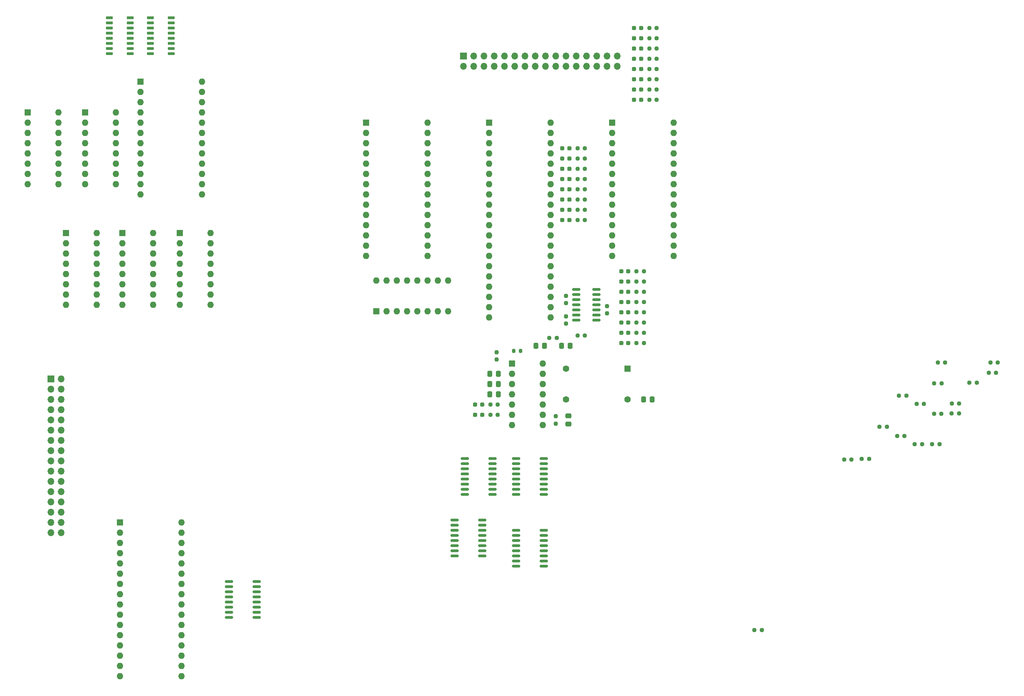
<source format=gbr>
%TF.GenerationSoftware,KiCad,Pcbnew,(6.0.4)*%
%TF.CreationDate,2022-04-27T21:45:15+02:00*%
%TF.ProjectId,z80,7a38302e-6b69-4636-9164-5f7063625858,rev?*%
%TF.SameCoordinates,Original*%
%TF.FileFunction,Soldermask,Top*%
%TF.FilePolarity,Negative*%
%FSLAX46Y46*%
G04 Gerber Fmt 4.6, Leading zero omitted, Abs format (unit mm)*
G04 Created by KiCad (PCBNEW (6.0.4)) date 2022-04-27 21:45:15*
%MOMM*%
%LPD*%
G01*
G04 APERTURE LIST*
G04 Aperture macros list*
%AMRoundRect*
0 Rectangle with rounded corners*
0 $1 Rounding radius*
0 $2 $3 $4 $5 $6 $7 $8 $9 X,Y pos of 4 corners*
0 Add a 4 corners polygon primitive as box body*
4,1,4,$2,$3,$4,$5,$6,$7,$8,$9,$2,$3,0*
0 Add four circle primitives for the rounded corners*
1,1,$1+$1,$2,$3*
1,1,$1+$1,$4,$5*
1,1,$1+$1,$6,$7*
1,1,$1+$1,$8,$9*
0 Add four rect primitives between the rounded corners*
20,1,$1+$1,$2,$3,$4,$5,0*
20,1,$1+$1,$4,$5,$6,$7,0*
20,1,$1+$1,$6,$7,$8,$9,0*
20,1,$1+$1,$8,$9,$2,$3,0*%
G04 Aperture macros list end*
%ADD10RoundRect,0.237500X0.237500X-0.250000X0.237500X0.250000X-0.237500X0.250000X-0.237500X-0.250000X0*%
%ADD11RoundRect,0.237500X-0.250000X-0.237500X0.250000X-0.237500X0.250000X0.237500X-0.250000X0.237500X0*%
%ADD12RoundRect,0.250000X0.337500X0.475000X-0.337500X0.475000X-0.337500X-0.475000X0.337500X-0.475000X0*%
%ADD13RoundRect,0.237500X0.287500X0.237500X-0.287500X0.237500X-0.287500X-0.237500X0.287500X-0.237500X0*%
%ADD14RoundRect,0.150000X-0.837500X-0.150000X0.837500X-0.150000X0.837500X0.150000X-0.837500X0.150000X0*%
%ADD15RoundRect,0.237500X0.250000X0.237500X-0.250000X0.237500X-0.250000X-0.237500X0.250000X-0.237500X0*%
%ADD16RoundRect,0.237500X-0.237500X0.250000X-0.237500X-0.250000X0.237500X-0.250000X0.237500X0.250000X0*%
%ADD17R,1.600000X1.600000*%
%ADD18O,1.600000X1.600000*%
%ADD19RoundRect,0.250000X-0.337500X-0.475000X0.337500X-0.475000X0.337500X0.475000X-0.337500X0.475000X0*%
%ADD20RoundRect,0.200000X0.200000X0.275000X-0.200000X0.275000X-0.200000X-0.275000X0.200000X-0.275000X0*%
%ADD21RoundRect,0.237500X-0.287500X-0.237500X0.287500X-0.237500X0.287500X0.237500X-0.287500X0.237500X0*%
%ADD22R,1.700000X1.700000*%
%ADD23O,1.700000X1.700000*%
%ADD24RoundRect,0.150000X-0.725000X-0.150000X0.725000X-0.150000X0.725000X0.150000X-0.725000X0.150000X0*%
%ADD25C,1.600000*%
%ADD26RoundRect,0.250000X-0.475000X0.337500X-0.475000X-0.337500X0.475000X-0.337500X0.475000X0.337500X0*%
%ADD27RoundRect,0.150000X-0.825000X-0.150000X0.825000X-0.150000X0.825000X0.150000X-0.825000X0.150000X0*%
G04 APERTURE END LIST*
D10*
%TO.C,R7*%
X133985000Y-110767500D03*
X133985000Y-108942500D03*
%TD*%
D11*
%TO.C,R42*%
X242382500Y-116690000D03*
X244207500Y-116690000D03*
%TD*%
D12*
%TO.C,C7*%
X152167500Y-107315000D03*
X150092500Y-107315000D03*
%TD*%
D13*
%TO.C,D15*%
X169785000Y-36195000D03*
X168035000Y-36195000D03*
%TD*%
%TO.C,D23*%
X166610000Y-99060000D03*
X164860000Y-99060000D03*
%TD*%
D14*
%TO.C,U24*%
X123537500Y-150495000D03*
X123537500Y-151765000D03*
X123537500Y-153035000D03*
X123537500Y-154305000D03*
X123537500Y-155575000D03*
X123537500Y-156845000D03*
X123537500Y-158115000D03*
X123537500Y-159385000D03*
X130462500Y-159385000D03*
X130462500Y-158115000D03*
X130462500Y-156845000D03*
X130462500Y-155575000D03*
X130462500Y-154305000D03*
X130462500Y-153035000D03*
X130462500Y-151765000D03*
X130462500Y-150495000D03*
%TD*%
D13*
%TO.C,D21*%
X166610000Y-93980000D03*
X164860000Y-93980000D03*
%TD*%
%TO.C,D5*%
X152005000Y-71120000D03*
X150255000Y-71120000D03*
%TD*%
D15*
%TO.C,R32*%
X170457500Y-99060000D03*
X168632500Y-99060000D03*
%TD*%
%TO.C,R14*%
X155852500Y-71120000D03*
X154027500Y-71120000D03*
%TD*%
D11*
%TO.C,R9*%
X132437500Y-121920000D03*
X134262500Y-121920000D03*
%TD*%
%TO.C,R49*%
X246732500Y-121630000D03*
X248557500Y-121630000D03*
%TD*%
D13*
%TO.C,D20*%
X166610000Y-91440000D03*
X164860000Y-91440000D03*
%TD*%
D16*
%TO.C,R5*%
X161290000Y-97512500D03*
X161290000Y-99337500D03*
%TD*%
D17*
%TO.C,CPU1*%
X132075000Y-52075000D03*
D18*
X132075000Y-54615000D03*
X132075000Y-57155000D03*
X132075000Y-59695000D03*
X132075000Y-62235000D03*
X132075000Y-64775000D03*
X132075000Y-67315000D03*
X132075000Y-69855000D03*
X132075000Y-72395000D03*
X132075000Y-74935000D03*
X132075000Y-77475000D03*
X132075000Y-80015000D03*
X132075000Y-82555000D03*
X132075000Y-85095000D03*
X132075000Y-87635000D03*
X132075000Y-90175000D03*
X132075000Y-92715000D03*
X132075000Y-95255000D03*
X132075000Y-97795000D03*
X132075000Y-100335000D03*
X147315000Y-100335000D03*
X147315000Y-97795000D03*
X147315000Y-95255000D03*
X147315000Y-92715000D03*
X147315000Y-90175000D03*
X147315000Y-87635000D03*
X147315000Y-85095000D03*
X147315000Y-82555000D03*
X147315000Y-80015000D03*
X147315000Y-77475000D03*
X147315000Y-74935000D03*
X147315000Y-72395000D03*
X147315000Y-69855000D03*
X147315000Y-67315000D03*
X147315000Y-64775000D03*
X147315000Y-62235000D03*
X147315000Y-59695000D03*
X147315000Y-57155000D03*
X147315000Y-54615000D03*
X147315000Y-52075000D03*
%TD*%
D15*
%TO.C,R23*%
X173632500Y-38735000D03*
X171807500Y-38735000D03*
%TD*%
D13*
%TO.C,D19*%
X166610000Y-88900000D03*
X164860000Y-88900000D03*
%TD*%
D15*
%TO.C,R19*%
X155852500Y-58420000D03*
X154027500Y-58420000D03*
%TD*%
D13*
%TO.C,D16*%
X169785000Y-33655000D03*
X168035000Y-33655000D03*
%TD*%
%TO.C,D6*%
X152005000Y-68580000D03*
X150255000Y-68580000D03*
%TD*%
D14*
%TO.C,U14*%
X126077500Y-135255000D03*
X126077500Y-136525000D03*
X126077500Y-137795000D03*
X126077500Y-139065000D03*
X126077500Y-140335000D03*
X126077500Y-141605000D03*
X126077500Y-142875000D03*
X126077500Y-144145000D03*
X133002500Y-144145000D03*
X133002500Y-142875000D03*
X133002500Y-141605000D03*
X133002500Y-140335000D03*
X133002500Y-139065000D03*
X133002500Y-137795000D03*
X133002500Y-136525000D03*
X133002500Y-135255000D03*
%TD*%
%TO.C,U15*%
X138777500Y-135255000D03*
X138777500Y-136525000D03*
X138777500Y-137795000D03*
X138777500Y-139065000D03*
X138777500Y-140335000D03*
X138777500Y-141605000D03*
X138777500Y-142875000D03*
X138777500Y-144145000D03*
X145702500Y-144145000D03*
X145702500Y-142875000D03*
X145702500Y-141605000D03*
X145702500Y-140335000D03*
X145702500Y-139065000D03*
X145702500Y-137795000D03*
X145702500Y-136525000D03*
X145702500Y-135255000D03*
%TD*%
D13*
%TO.C,D8*%
X152005000Y-63500000D03*
X150255000Y-63500000D03*
%TD*%
D11*
%TO.C,R44*%
X251082500Y-116530000D03*
X252907500Y-116530000D03*
%TD*%
D13*
%TO.C,D22*%
X166610000Y-96520000D03*
X164860000Y-96520000D03*
%TD*%
D11*
%TO.C,R11*%
X255892500Y-114020000D03*
X257717500Y-114020000D03*
%TD*%
%TO.C,R38*%
X224402500Y-135420000D03*
X226227500Y-135420000D03*
%TD*%
D12*
%TO.C,C5*%
X134387500Y-116840000D03*
X132312500Y-116840000D03*
%TD*%
D15*
%TO.C,R26*%
X173632500Y-31115000D03*
X171807500Y-31115000D03*
%TD*%
D17*
%TO.C,SW9*%
X27305000Y-79375000D03*
D18*
X27305000Y-81915000D03*
X27305000Y-84455000D03*
X27305000Y-86995000D03*
X27305000Y-89535000D03*
X27305000Y-92075000D03*
X27305000Y-94615000D03*
X27305000Y-97155000D03*
X34925000Y-97155000D03*
X34925000Y-94615000D03*
X34925000Y-92075000D03*
X34925000Y-89535000D03*
X34925000Y-86995000D03*
X34925000Y-84455000D03*
X34925000Y-81915000D03*
X34925000Y-79375000D03*
%TD*%
D17*
%TO.C,RAM1*%
X162555000Y-52055000D03*
D18*
X162555000Y-54595000D03*
X162555000Y-57135000D03*
X162555000Y-59675000D03*
X162555000Y-62215000D03*
X162555000Y-64755000D03*
X162555000Y-67295000D03*
X162555000Y-69835000D03*
X162555000Y-72375000D03*
X162555000Y-74915000D03*
X162555000Y-77455000D03*
X162555000Y-79995000D03*
X162555000Y-82535000D03*
X162555000Y-85075000D03*
X177795000Y-85075000D03*
X177795000Y-82535000D03*
X177795000Y-79995000D03*
X177795000Y-77455000D03*
X177795000Y-74915000D03*
X177795000Y-72375000D03*
X177795000Y-69835000D03*
X177795000Y-67295000D03*
X177795000Y-64755000D03*
X177795000Y-62215000D03*
X177795000Y-59675000D03*
X177795000Y-57135000D03*
X177795000Y-54595000D03*
X177795000Y-52055000D03*
%TD*%
D13*
%TO.C,D9*%
X152005000Y-60960000D03*
X150255000Y-60960000D03*
%TD*%
D11*
%TO.C,R40*%
X237532500Y-131750000D03*
X239357500Y-131750000D03*
%TD*%
D15*
%TO.C,R33*%
X170457500Y-101600000D03*
X168632500Y-101600000D03*
%TD*%
D17*
%TO.C,SW10*%
X55475000Y-79375000D03*
D18*
X55475000Y-81915000D03*
X55475000Y-84455000D03*
X55475000Y-86995000D03*
X55475000Y-89535000D03*
X55475000Y-92075000D03*
X55475000Y-94615000D03*
X55475000Y-97155000D03*
X63095000Y-97155000D03*
X63095000Y-94615000D03*
X63095000Y-92075000D03*
X63095000Y-89535000D03*
X63095000Y-86995000D03*
X63095000Y-84455000D03*
X63095000Y-81915000D03*
X63095000Y-79375000D03*
%TD*%
D15*
%TO.C,R10*%
X134262500Y-124460000D03*
X132437500Y-124460000D03*
%TD*%
D14*
%TO.C,U25*%
X138777500Y-153035000D03*
X138777500Y-154305000D03*
X138777500Y-155575000D03*
X138777500Y-156845000D03*
X138777500Y-158115000D03*
X138777500Y-159385000D03*
X138777500Y-160655000D03*
X138777500Y-161925000D03*
X145702500Y-161925000D03*
X145702500Y-160655000D03*
X145702500Y-159385000D03*
X145702500Y-158115000D03*
X145702500Y-156845000D03*
X145702500Y-155575000D03*
X145702500Y-154305000D03*
X145702500Y-153035000D03*
%TD*%
D13*
%TO.C,D18*%
X169785000Y-28575000D03*
X168035000Y-28575000D03*
%TD*%
D15*
%TO.C,R15*%
X155852500Y-68580000D03*
X154027500Y-68580000D03*
%TD*%
D17*
%TO.C,ROM1*%
X101595000Y-52055000D03*
D18*
X101595000Y-54595000D03*
X101595000Y-57135000D03*
X101595000Y-59675000D03*
X101595000Y-62215000D03*
X101595000Y-64755000D03*
X101595000Y-67295000D03*
X101595000Y-69835000D03*
X101595000Y-72375000D03*
X101595000Y-74915000D03*
X101595000Y-77455000D03*
X101595000Y-79995000D03*
X101595000Y-82535000D03*
X101595000Y-85075000D03*
X116835000Y-85075000D03*
X116835000Y-82535000D03*
X116835000Y-79995000D03*
X116835000Y-77455000D03*
X116835000Y-74915000D03*
X116835000Y-72375000D03*
X116835000Y-69835000D03*
X116835000Y-67295000D03*
X116835000Y-64755000D03*
X116835000Y-62215000D03*
X116835000Y-59675000D03*
X116835000Y-57135000D03*
X116835000Y-54595000D03*
X116835000Y-52055000D03*
%TD*%
D13*
%TO.C,D26*%
X166610000Y-106680000D03*
X164860000Y-106680000D03*
%TD*%
D15*
%TO.C,R31*%
X170457500Y-96520000D03*
X168632500Y-96520000D03*
%TD*%
D19*
%TO.C,C4*%
X132312500Y-119380000D03*
X134387500Y-119380000D03*
%TD*%
D20*
%TO.C,R6*%
X139890000Y-108585000D03*
X138240000Y-108585000D03*
%TD*%
D11*
%TO.C,R37*%
X256312500Y-111510000D03*
X258137500Y-111510000D03*
%TD*%
D10*
%TO.C,R4*%
X151130000Y-101877500D03*
X151130000Y-100052500D03*
%TD*%
D21*
%TO.C,D1*%
X128665000Y-121920000D03*
X130415000Y-121920000D03*
%TD*%
D15*
%TO.C,R12*%
X155852500Y-76200000D03*
X154027500Y-76200000D03*
%TD*%
D11*
%TO.C,R46*%
X233642500Y-119700000D03*
X235467500Y-119700000D03*
%TD*%
D15*
%TO.C,R18*%
X155852500Y-60960000D03*
X154027500Y-60960000D03*
%TD*%
D11*
%TO.C,R51*%
X246692500Y-124140000D03*
X248517500Y-124140000D03*
%TD*%
D15*
%TO.C,R16*%
X155852500Y-66040000D03*
X154027500Y-66040000D03*
%TD*%
D22*
%TO.C,J1*%
X125725000Y-35560000D03*
D23*
X125725000Y-38100000D03*
X128265000Y-35560000D03*
X128265000Y-38100000D03*
X130805000Y-35560000D03*
X130805000Y-38100000D03*
X133345000Y-35560000D03*
X133345000Y-38100000D03*
X135885000Y-35560000D03*
X135885000Y-38100000D03*
X138425000Y-35560000D03*
X138425000Y-38100000D03*
X140965000Y-35560000D03*
X140965000Y-38100000D03*
X143505000Y-35560000D03*
X143505000Y-38100000D03*
X146045000Y-35560000D03*
X146045000Y-38100000D03*
X148585000Y-35560000D03*
X148585000Y-38100000D03*
X151125000Y-35560000D03*
X151125000Y-38100000D03*
X153665000Y-35560000D03*
X153665000Y-38100000D03*
X156205000Y-35560000D03*
X156205000Y-38100000D03*
X158745000Y-35560000D03*
X158745000Y-38100000D03*
X161285000Y-35560000D03*
X161285000Y-38100000D03*
X163825000Y-35560000D03*
X163825000Y-38100000D03*
%TD*%
D13*
%TO.C,D11*%
X169785000Y-46355000D03*
X168035000Y-46355000D03*
%TD*%
D15*
%TO.C,R21*%
X173632500Y-43815000D03*
X171807500Y-43815000D03*
%TD*%
D17*
%TO.C,SW14*%
X32000000Y-49545000D03*
D18*
X32000000Y-52085000D03*
X32000000Y-54625000D03*
X32000000Y-57165000D03*
X32000000Y-59705000D03*
X32000000Y-62245000D03*
X32000000Y-64785000D03*
X32000000Y-67325000D03*
X39620000Y-67325000D03*
X39620000Y-64785000D03*
X39620000Y-62245000D03*
X39620000Y-59705000D03*
X39620000Y-57165000D03*
X39620000Y-54625000D03*
X39620000Y-52085000D03*
X39620000Y-49545000D03*
%TD*%
D16*
%TO.C,R1*%
X148590000Y-124817500D03*
X148590000Y-126642500D03*
%TD*%
D14*
%TO.C,U20*%
X67657500Y-165735000D03*
X67657500Y-167005000D03*
X67657500Y-168275000D03*
X67657500Y-169545000D03*
X67657500Y-170815000D03*
X67657500Y-172085000D03*
X67657500Y-173355000D03*
X67657500Y-174625000D03*
X74582500Y-174625000D03*
X74582500Y-173355000D03*
X74582500Y-172085000D03*
X74582500Y-170815000D03*
X74582500Y-169545000D03*
X74582500Y-168275000D03*
X74582500Y-167005000D03*
X74582500Y-165735000D03*
%TD*%
D17*
%TO.C,CLK1*%
X137805000Y-111755000D03*
D18*
X137805000Y-114295000D03*
X137805000Y-116835000D03*
X137805000Y-119375000D03*
X137805000Y-121915000D03*
X137805000Y-124455000D03*
X137805000Y-126995000D03*
X145425000Y-126995000D03*
X145425000Y-124455000D03*
X145425000Y-121915000D03*
X145425000Y-119375000D03*
X145425000Y-116835000D03*
X145425000Y-114295000D03*
X145425000Y-111755000D03*
%TD*%
D15*
%TO.C,R28*%
X170457500Y-88900000D03*
X168632500Y-88900000D03*
%TD*%
%TO.C,R34*%
X170457500Y-104140000D03*
X168632500Y-104140000D03*
%TD*%
D13*
%TO.C,D10*%
X152005000Y-58420000D03*
X150255000Y-58420000D03*
%TD*%
D17*
%TO.C,SW13*%
X17800000Y-49545000D03*
D18*
X17800000Y-52085000D03*
X17800000Y-54625000D03*
X17800000Y-57165000D03*
X17800000Y-59705000D03*
X17800000Y-62245000D03*
X17800000Y-64785000D03*
X17800000Y-67325000D03*
X25420000Y-67325000D03*
X25420000Y-64785000D03*
X25420000Y-62245000D03*
X25420000Y-59705000D03*
X25420000Y-57165000D03*
X25420000Y-54625000D03*
X25420000Y-52085000D03*
X25420000Y-49545000D03*
%TD*%
D15*
%TO.C,R20*%
X173632500Y-46355000D03*
X171807500Y-46355000D03*
%TD*%
D13*
%TO.C,D25*%
X166610000Y-104140000D03*
X164860000Y-104140000D03*
%TD*%
D15*
%TO.C,R24*%
X173632500Y-36195000D03*
X171807500Y-36195000D03*
%TD*%
D13*
%TO.C,D14*%
X169785000Y-38735000D03*
X168035000Y-38735000D03*
%TD*%
%TO.C,D13*%
X169785000Y-41275000D03*
X168035000Y-41275000D03*
%TD*%
D21*
%TO.C,D2*%
X128665000Y-124460000D03*
X130415000Y-124460000D03*
%TD*%
D12*
%TO.C,C2*%
X172487500Y-120650000D03*
X170412500Y-120650000D03*
%TD*%
D11*
%TO.C,R41*%
X220052500Y-135580000D03*
X221877500Y-135580000D03*
%TD*%
D15*
%TO.C,R13*%
X155852500Y-73660000D03*
X154027500Y-73660000D03*
%TD*%
D11*
%TO.C,R2*%
X154027500Y-104775000D03*
X155852500Y-104775000D03*
%TD*%
%TO.C,R8*%
X147042500Y-105410000D03*
X148867500Y-105410000D03*
%TD*%
D17*
%TO.C,A1*%
X45715000Y-41905000D03*
D18*
X45715000Y-44445000D03*
X45715000Y-46985000D03*
X45715000Y-49525000D03*
X45715000Y-52065000D03*
X45715000Y-54605000D03*
X45715000Y-57145000D03*
X45715000Y-59685000D03*
X45715000Y-62225000D03*
X45715000Y-64765000D03*
X45715000Y-67305000D03*
X45715000Y-69845000D03*
X60955000Y-69845000D03*
X60955000Y-67305000D03*
X60955000Y-64765000D03*
X60955000Y-62225000D03*
X60955000Y-59685000D03*
X60955000Y-57145000D03*
X60955000Y-54605000D03*
X60955000Y-52065000D03*
X60955000Y-49525000D03*
X60955000Y-46985000D03*
X60955000Y-44445000D03*
X60955000Y-41905000D03*
%TD*%
D13*
%TO.C,D4*%
X152005000Y-73660000D03*
X150255000Y-73660000D03*
%TD*%
D17*
%TO.C,SW5*%
X104155000Y-98810000D03*
D18*
X106695000Y-98810000D03*
X109235000Y-98810000D03*
X111775000Y-98810000D03*
X114315000Y-98810000D03*
X116855000Y-98810000D03*
X119395000Y-98810000D03*
X121935000Y-98810000D03*
X121935000Y-91190000D03*
X119395000Y-91190000D03*
X116855000Y-91190000D03*
X114315000Y-91190000D03*
X111775000Y-91190000D03*
X109235000Y-91190000D03*
X106695000Y-91190000D03*
X104155000Y-91190000D03*
%TD*%
D17*
%TO.C,SW12*%
X41275000Y-79375000D03*
D18*
X41275000Y-81915000D03*
X41275000Y-84455000D03*
X41275000Y-86995000D03*
X41275000Y-89535000D03*
X41275000Y-92075000D03*
X41275000Y-94615000D03*
X41275000Y-97155000D03*
X48895000Y-97155000D03*
X48895000Y-94615000D03*
X48895000Y-92075000D03*
X48895000Y-89535000D03*
X48895000Y-86995000D03*
X48895000Y-84455000D03*
X48895000Y-81915000D03*
X48895000Y-79375000D03*
%TD*%
D11*
%TO.C,R50*%
X242342500Y-124220000D03*
X244167500Y-124220000D03*
%TD*%
D15*
%TO.C,R22*%
X173632500Y-41275000D03*
X171807500Y-41275000D03*
%TD*%
%TO.C,R27*%
X173632500Y-28575000D03*
X171807500Y-28575000D03*
%TD*%
%TO.C,R17*%
X155852500Y-63500000D03*
X154027500Y-63500000D03*
%TD*%
%TO.C,R35*%
X170457500Y-106680000D03*
X168632500Y-106680000D03*
%TD*%
D12*
%TO.C,C3*%
X145817500Y-107315000D03*
X143742500Y-107315000D03*
%TD*%
D24*
%TO.C,U3*%
X48225000Y-26035000D03*
X48225000Y-27305000D03*
X48225000Y-28575000D03*
X48225000Y-29845000D03*
X48225000Y-31115000D03*
X48225000Y-32385000D03*
X48225000Y-33655000D03*
X48225000Y-34925000D03*
X53375000Y-34925000D03*
X53375000Y-33655000D03*
X53375000Y-32385000D03*
X53375000Y-31115000D03*
X53375000Y-29845000D03*
X53375000Y-28575000D03*
X53375000Y-27305000D03*
X53375000Y-26035000D03*
%TD*%
D15*
%TO.C,R29*%
X170457500Y-91440000D03*
X168632500Y-91440000D03*
%TD*%
D17*
%TO.C,X8.000Mhz1*%
X166370000Y-113030000D03*
D25*
X151130000Y-113030000D03*
X151130000Y-120650000D03*
X166370000Y-120650000D03*
%TD*%
D11*
%TO.C,R39*%
X241882500Y-131750000D03*
X243707500Y-131750000D03*
%TD*%
D12*
%TO.C,C1*%
X134387500Y-114300000D03*
X132312500Y-114300000D03*
%TD*%
D11*
%TO.C,R43*%
X228832500Y-127390000D03*
X230657500Y-127390000D03*
%TD*%
D13*
%TO.C,D17*%
X169785000Y-31115000D03*
X168035000Y-31115000D03*
%TD*%
D11*
%TO.C,R45*%
X233182500Y-129740000D03*
X235007500Y-129740000D03*
%TD*%
D13*
%TO.C,D7*%
X152005000Y-66040000D03*
X150255000Y-66040000D03*
%TD*%
D11*
%TO.C,R48*%
X243262500Y-111510000D03*
X245087500Y-111510000D03*
%TD*%
D26*
%TO.C,C6*%
X151765000Y-124692500D03*
X151765000Y-126767500D03*
%TD*%
D15*
%TO.C,R25*%
X173632500Y-33655000D03*
X171807500Y-33655000D03*
%TD*%
D22*
%TO.C,J2*%
X23565000Y-115565000D03*
D23*
X26105000Y-115565000D03*
X23565000Y-118105000D03*
X26105000Y-118105000D03*
X23565000Y-120645000D03*
X26105000Y-120645000D03*
X23565000Y-123185000D03*
X26105000Y-123185000D03*
X23565000Y-125725000D03*
X26105000Y-125725000D03*
X23565000Y-128265000D03*
X26105000Y-128265000D03*
X23565000Y-130805000D03*
X26105000Y-130805000D03*
X23565000Y-133345000D03*
X26105000Y-133345000D03*
X23565000Y-135885000D03*
X26105000Y-135885000D03*
X23565000Y-138425000D03*
X26105000Y-138425000D03*
X23565000Y-140965000D03*
X26105000Y-140965000D03*
X23565000Y-143505000D03*
X26105000Y-143505000D03*
X23565000Y-146045000D03*
X26105000Y-146045000D03*
X23565000Y-148585000D03*
X26105000Y-148585000D03*
X23565000Y-151125000D03*
X26105000Y-151125000D03*
X23565000Y-153665000D03*
X26105000Y-153665000D03*
%TD*%
D24*
%TO.C,U2*%
X38065000Y-26035000D03*
X38065000Y-27305000D03*
X38065000Y-28575000D03*
X38065000Y-29845000D03*
X38065000Y-31115000D03*
X38065000Y-32385000D03*
X38065000Y-33655000D03*
X38065000Y-34925000D03*
X43215000Y-34925000D03*
X43215000Y-33655000D03*
X43215000Y-32385000D03*
X43215000Y-31115000D03*
X43215000Y-29845000D03*
X43215000Y-28575000D03*
X43215000Y-27305000D03*
X43215000Y-26035000D03*
%TD*%
D13*
%TO.C,D12*%
X169785000Y-43815000D03*
X168035000Y-43815000D03*
%TD*%
D11*
%TO.C,R47*%
X237992500Y-121710000D03*
X239817500Y-121710000D03*
%TD*%
D27*
%TO.C,U1*%
X153735000Y-93345000D03*
X153735000Y-94615000D03*
X153735000Y-95885000D03*
X153735000Y-97155000D03*
X153735000Y-98425000D03*
X153735000Y-99695000D03*
X153735000Y-100965000D03*
X158685000Y-100965000D03*
X158685000Y-99695000D03*
X158685000Y-98425000D03*
X158685000Y-97155000D03*
X158685000Y-95885000D03*
X158685000Y-94615000D03*
X158685000Y-93345000D03*
%TD*%
D15*
%TO.C,R30*%
X170457500Y-93980000D03*
X168632500Y-93980000D03*
%TD*%
D13*
%TO.C,D3*%
X152005000Y-76200000D03*
X150255000Y-76200000D03*
%TD*%
%TO.C,D24*%
X166610000Y-101600000D03*
X164860000Y-101600000D03*
%TD*%
D17*
%TO.C,U23*%
X40635000Y-151130000D03*
D18*
X40635000Y-153670000D03*
X40635000Y-156210000D03*
X40635000Y-158750000D03*
X40635000Y-161290000D03*
X40635000Y-163830000D03*
X40635000Y-166370000D03*
X40635000Y-168910000D03*
X40635000Y-171450000D03*
X40635000Y-173990000D03*
X40635000Y-176530000D03*
X40635000Y-179070000D03*
X40635000Y-181610000D03*
X40635000Y-184150000D03*
X40635000Y-186690000D03*
X40635000Y-189230000D03*
X55875000Y-189230000D03*
X55875000Y-186690000D03*
X55875000Y-184150000D03*
X55875000Y-181610000D03*
X55875000Y-179070000D03*
X55875000Y-176530000D03*
X55875000Y-173990000D03*
X55875000Y-171450000D03*
X55875000Y-168910000D03*
X55875000Y-166370000D03*
X55875000Y-163830000D03*
X55875000Y-161290000D03*
X55875000Y-158750000D03*
X55875000Y-156210000D03*
X55875000Y-153670000D03*
X55875000Y-151130000D03*
%TD*%
D10*
%TO.C,R3*%
X151130000Y-96797500D03*
X151130000Y-94972500D03*
%TD*%
D11*
%TO.C,R36*%
X197842500Y-177800000D03*
X199667500Y-177800000D03*
%TD*%
M02*

</source>
